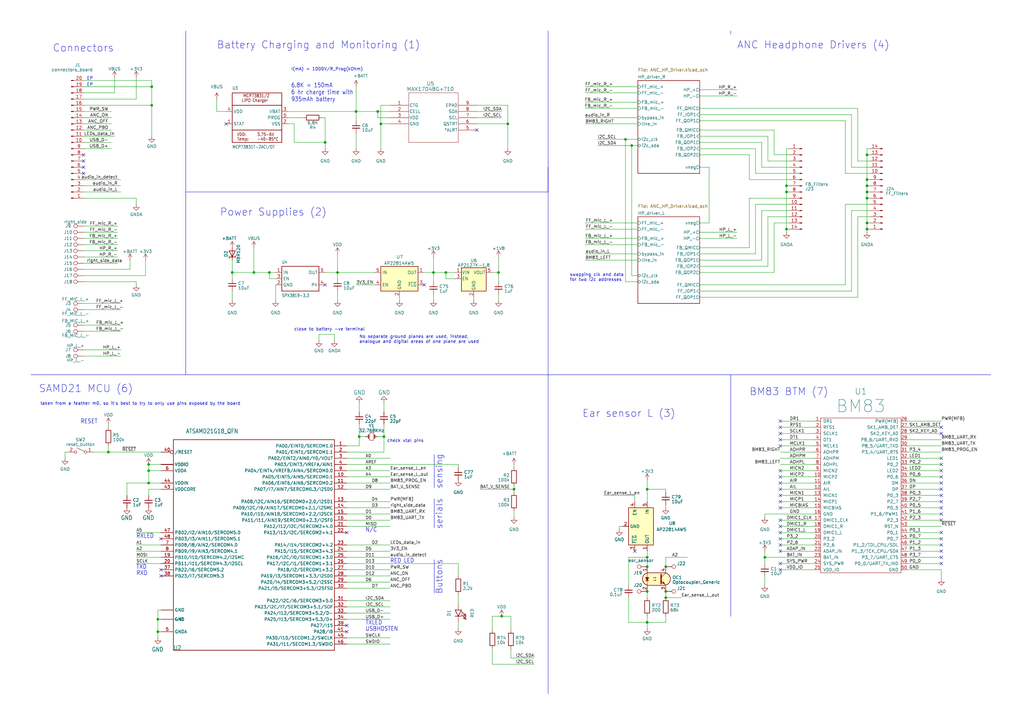
<source format=kicad_sch>
(kicad_sch (version 20230121) (generator eeschema)
  (paper "A3")
  (junction (at 259.08 59.69))
  (junction (at 182.88 111.76))
  (junction (at 146.05 45.72))
  (junction (at 265.43 200.66))
  (junction (at 355.6 73.66))
  (junction (at 62.23 43.18))
  (junction (at 322.58 76.2))
  (junction (at 205.74 252.73))
  (junction (at 60.96 193.04))
  (junction (at 64.77 254))
  (junction (at 256.54 57.15))
  (junction (at 355.6 91.44))
  (junction (at 208.28 50.8))
  (junction (at 265.43 228.6))
  (junction (at 322.58 93.98))
  (junction (at 273.05 245.11))
  (junction (at 355.6 76.2))
  (junction (at 62.23 35.56))
  (junction (at 355.6 93.98))
  (junction (at 273.05 232.41))
  (junction (at 60.96 190.5))
  (junction (at 355.6 63.5))
  (junction (at 60.96 198.12))
  (junction (at 265.43 232.41))
  (junction (at 104.14 111.76))
  (junction (at 133.35 58.42))
  (junction (at 204.47 111.76))
  (junction (at 44.45 185.42))
  (junction (at 355.6 78.74))
  (junction (at 273.05 242.57))
  (junction (at 355.6 81.28))
  (junction (at 157.48 179.07))
  (junction (at 110.49 111.76))
  (junction (at 265.43 255.27))
  (junction (at 138.43 111.76))
  (junction (at 147.32 179.07))
  (junction (at 265.43 242.57))
  (junction (at 154.94 45.72))
  (junction (at 210.82 200.66))
  (junction (at 177.8 111.76))
  (junction (at 313.69 228.6))
  (junction (at 95.25 111.76))
  (junction (at 322.58 78.74))
  (junction (at 156.21 50.8))
  (junction (at 64.77 259.08))
  (no_connect (at 386.08 220.98))
  (no_connect (at 133.35 116.84))
  (no_connect (at 386.08 198.12))
  (no_connect (at 386.0503 213.36))
  (no_connect (at 66.04 233.68))
  (no_connect (at 386.08 228.6))
  (no_connect (at 386.08 190.5))
  (no_connect (at 320.04 213.36))
  (no_connect (at 320.04 231.14))
  (no_connect (at 386.08 231.14))
  (no_connect (at 320.04 200.66))
  (no_connect (at 320.04 233.68))
  (no_connect (at 386.08 218.44))
  (no_connect (at 34.29 66.04))
  (no_connect (at 386.08 205.74))
  (no_connect (at 320.04 223.52))
  (no_connect (at 320.04 180.34))
  (no_connect (at 173.99 116.84))
  (no_connect (at 66.04 236.22))
  (no_connect (at 320.04 182.88))
  (no_connect (at 260.35 226.06))
  (no_connect (at 320.04 198.12))
  (no_connect (at 142.24 259.08))
  (no_connect (at 386.08 177.8))
  (no_connect (at 386.08 208.28))
  (no_connect (at 386.08 195.58))
  (no_connect (at 320.04 177.8))
  (no_connect (at 34.29 68.58))
  (no_connect (at 320.04 220.98))
  (no_connect (at 386.08 200.66))
  (no_connect (at 320.04 203.2))
  (no_connect (at 320.04 208.28))
  (no_connect (at 320.04 226.06))
  (no_connect (at 386.08 193.04))
  (no_connect (at 386.08 223.52))
  (no_connect (at 320.04 175.26))
  (no_connect (at 34.29 71.12))
  (no_connect (at 320.04 193.04))
  (no_connect (at 386.08 187.96))
  (no_connect (at 92.71 50.8))
  (no_connect (at 195.58 53.34))
  (no_connect (at 142.24 256.54))
  (no_connect (at 386.08 210.82))
  (no_connect (at 66.04 220.98))
  (no_connect (at 386.08 203.2))
  (no_connect (at 386.08 175.26))
  (no_connect (at 142.24 218.44))
  (no_connect (at 320.04 215.9))
  (no_connect (at 320.04 205.74))
  (no_connect (at 34.29 63.5))
  (no_connect (at 320.04 172.72))
  (no_connect (at 320.04 218.44))
  (no_connect (at 320.04 195.58))
  (no_connect (at 386.08 226.06))
  (wire (pts (xy 26.67 185.42) (xy 26.67 187.96)))
  (polyline (pts (xy 224.79 153.67) (xy 299.72 153.67)))
  (wire (pts (xy 265.43 226.06) (xy 265.43 228.6)))
  (wire (pts (xy 307.34 63.5) (xy 287.02 63.5)))
  (wire (pts (xy 146.05 54.61) (xy 146.05 60.96)))
  (wire (pts (xy 157.48 165.1) (xy 157.48 168.91)))
  (polyline (pts (xy 12.7 153.67) (xy 76.2 153.67)))
  (wire (pts (xy 351.79 66.04) (xy 351.79 44.45)))
  (wire (pts (xy 346.71 49.53) (xy 287.02 49.53)))
  (wire (pts (xy 257.81 245.11) (xy 257.81 255.27)))
  (wire (pts (xy 372.11 198.12) (xy 386.08 198.12)))
  (polyline (pts (xy 224.79 78.74) (xy 224.79 68.58)))
  (wire (pts (xy 46.99 31.75) (xy 46.99 38.1)))
  (wire (pts (xy 66.04 193.04) (xy 60.96 193.04)))
  (wire (pts (xy 255.27 215.9) (xy 254 215.9)))
  (wire (pts (xy 38.1 185.42) (xy 44.45 185.42)))
  (wire (pts (xy 273.05 228.6) (xy 281.94 228.6)))
  (wire (pts (xy 208.28 60.96) (xy 208.28 50.8)))
  (wire (pts (xy 142.24 261.62) (xy 160.02 261.62)))
  (wire (pts (xy 320.04 180.34) (xy 334.01 180.34)))
  (wire (pts (xy 317.5 63.5) (xy 317.5 53.34)))
  (wire (pts (xy 187.96 255.27) (xy 187.96 257.81)))
  (wire (pts (xy 34.29 146.05) (xy 49.53 146.05)))
  (wire (pts (xy 355.6 91.44) (xy 355.6 93.98)))
  (wire (pts (xy 130.81 137.16) (xy 137.16 137.16)))
  (wire (pts (xy 256.54 115.57) (xy 256.54 57.15)))
  (wire (pts (xy 137.16 137.16) (xy 137.16 139.7)))
  (wire (pts (xy 118.11 48.26) (xy 124.46 48.26)))
  (wire (pts (xy 160.02 233.68) (xy 142.24 233.68)))
  (wire (pts (xy 320.04 226.06) (xy 334.01 226.06)))
  (wire (pts (xy 34.29 124.46) (xy 49.53 124.46)))
  (wire (pts (xy 372.11 213.36) (xy 386.08 213.36)))
  (wire (pts (xy 346.71 116.84) (xy 346.71 83.82)))
  (wire (pts (xy 46.99 55.88) (xy 34.29 55.88)))
  (wire (pts (xy 177.8 111.76) (xy 182.88 111.76)))
  (wire (pts (xy 142.24 200.66) (xy 160.02 200.66)))
  (wire (pts (xy 160.02 48.26) (xy 154.94 48.26)))
  (wire (pts (xy 240.03 93.98) (xy 261.62 93.98)))
  (wire (pts (xy 320.04 233.68) (xy 334.01 233.68)))
  (wire (pts (xy 323.85 76.2) (xy 322.58 76.2)))
  (wire (pts (xy 142.24 228.6) (xy 160.02 228.6)))
  (wire (pts (xy 313.69 228.6) (xy 334.01 228.6)))
  (wire (pts (xy 317.5 53.34) (xy 287.02 53.34)))
  (wire (pts (xy 146.05 35.56) (xy 146.05 45.72)))
  (wire (pts (xy 309.88 83.82) (xy 309.88 104.14)))
  (wire (pts (xy 142.24 185.42) (xy 157.48 185.42)))
  (wire (pts (xy 95.25 111.76) (xy 95.25 114.3)))
  (wire (pts (xy 49.53 76.2) (xy 34.29 76.2)))
  (polyline (pts (xy 76.2 78.74) (xy 224.79 78.74)))
  (wire (pts (xy 60.96 200.66) (xy 60.96 203.2)))
  (wire (pts (xy 55.88 40.64) (xy 34.29 40.64)))
  (wire (pts (xy 351.79 44.45) (xy 287.02 44.45)))
  (wire (pts (xy 240.03 91.44) (xy 261.62 91.44)))
  (wire (pts (xy 273.05 200.66) (xy 273.05 201.93)))
  (wire (pts (xy 349.25 68.58) (xy 356.87 68.58)))
  (wire (pts (xy 323.85 60.96) (xy 322.58 60.96)))
  (wire (pts (xy 346.71 71.12) (xy 346.71 49.53)))
  (wire (pts (xy 355.6 76.2) (xy 356.87 76.2)))
  (wire (pts (xy 146.05 116.84) (xy 153.67 116.84)))
  (polyline (pts (xy 299.72 153.67) (xy 299.72 153.67)))
  (wire (pts (xy 309.88 60.96) (xy 309.88 71.12)))
  (wire (pts (xy 265.43 228.6) (xy 265.43 232.41)))
  (wire (pts (xy 201.93 111.76) (xy 204.47 111.76)))
  (wire (pts (xy 356.87 60.96) (xy 355.6 60.96)))
  (wire (pts (xy 320.04 203.2) (xy 334.01 203.2)))
  (wire (pts (xy 313.69 236.474) (xy 313.69 240.03)))
  (wire (pts (xy 312.42 86.36) (xy 312.42 106.68)))
  (wire (pts (xy 142.24 215.9) (xy 160.02 215.9)))
  (wire (pts (xy 372.11 172.72) (xy 386.08 172.72)))
  (wire (pts (xy 160.02 226.06) (xy 142.24 226.06)))
  (wire (pts (xy 62.23 43.18) (xy 34.29 43.18)))
  (wire (pts (xy 209.55 266.065) (xy 209.55 269.875)))
  (wire (pts (xy 265.43 196.85) (xy 265.43 200.66)))
  (wire (pts (xy 355.6 76.2) (xy 355.6 78.74)))
  (wire (pts (xy 142.24 208.28) (xy 160.02 208.28)))
  (wire (pts (xy 372.11 223.52) (xy 386.08 223.52)))
  (wire (pts (xy 208.28 43.18) (xy 195.58 43.18)))
  (wire (pts (xy 265.43 255.27) (xy 273.05 255.27)))
  (wire (pts (xy 55.88 115.57) (xy 55.88 116.84)))
  (wire (pts (xy 265.43 255.27) (xy 265.43 257.81)))
  (wire (pts (xy 113.03 114.3) (xy 110.49 114.3)))
  (wire (pts (xy 372.11 180.34) (xy 386.08 180.34)))
  (wire (pts (xy 257.81 255.27) (xy 265.43 255.27)))
  (wire (pts (xy 322.58 78.74) (xy 322.58 93.98)))
  (wire (pts (xy 142.24 205.74) (xy 160.02 205.74)))
  (wire (pts (xy 55.88 226.06) (xy 66.04 226.06)))
  (wire (pts (xy 138.43 111.76) (xy 153.67 111.76)))
  (wire (pts (xy 317.5 63.5) (xy 323.85 63.5)))
  (wire (pts (xy 160.02 195.58) (xy 142.24 195.58)))
  (wire (pts (xy 317.5 91.44) (xy 323.85 91.44)))
  (wire (pts (xy 320.04 218.44) (xy 334.01 218.44)))
  (wire (pts (xy 95.25 106.68) (xy 95.25 111.76)))
  (wire (pts (xy 55.88 218.44) (xy 66.04 218.44)))
  (wire (pts (xy 240.03 97.79) (xy 261.62 97.79)))
  (wire (pts (xy 163.83 121.92) (xy 163.83 123.19)))
  (wire (pts (xy 52.07 203.2) (xy 52.07 198.12)))
  (wire (pts (xy 210.82 200.66) (xy 196.85 200.66)))
  (wire (pts (xy 265.43 200.66) (xy 273.05 200.66)))
  (wire (pts (xy 110.49 114.3) (xy 110.49 111.76)))
  (wire (pts (xy 372.11 226.06) (xy 386.08 226.06)))
  (wire (pts (xy 59.69 106.68) (xy 59.69 113.03)))
  (wire (pts (xy 59.69 113.03) (xy 34.29 113.03)))
  (wire (pts (xy 265.43 200.66) (xy 265.43 205.74)))
  (wire (pts (xy 160.02 264.16) (xy 142.24 264.16)))
  (wire (pts (xy 142.24 187.96) (xy 160.02 187.96)))
  (wire (pts (xy 320.04 175.26) (xy 334.01 175.26)))
  (wire (pts (xy 182.88 114.3) (xy 182.88 111.76)))
  (wire (pts (xy 34.29 81.28) (xy 55.88 81.28)))
  (wire (pts (xy 201.93 258.445) (xy 201.93 252.73)))
  (wire (pts (xy 372.11 231.14) (xy 386.08 231.14)))
  (wire (pts (xy 45.72 45.72) (xy 34.29 45.72)))
  (wire (pts (xy 256.54 57.15) (xy 261.62 57.15)))
  (wire (pts (xy 62.23 35.56) (xy 62.23 43.18)))
  (wire (pts (xy 372.11 208.28) (xy 386.08 208.28)))
  (wire (pts (xy 142.24 238.76) (xy 160.02 238.76)))
  (wire (pts (xy 349.25 46.99) (xy 287.02 46.99)))
  (wire (pts (xy 320.04 177.8) (xy 334.01 177.8)))
  (wire (pts (xy 355.6 60.96) (xy 355.6 63.5)))
  (wire (pts (xy 372.11 175.26) (xy 386.08 175.26)))
  (wire (pts (xy 60.96 193.04) (xy 60.96 190.5)))
  (wire (pts (xy 154.94 45.72) (xy 160.02 45.72)))
  (wire (pts (xy 60.96 198.12) (xy 66.04 198.12)))
  (wire (pts (xy 133.35 48.26) (xy 133.35 58.42)))
  (wire (pts (xy 320.04 208.28) (xy 334.01 208.28)))
  (wire (pts (xy 257.81 228.6) (xy 265.43 228.6)))
  (wire (pts (xy 66.04 200.66) (xy 60.96 200.66)))
  (wire (pts (xy 349.25 68.58) (xy 349.25 46.99)))
  (wire (pts (xy 240.03 38.1) (xy 261.62 38.1)))
  (wire (pts (xy 88.9 45.72) (xy 92.71 45.72)))
  (wire (pts (xy 314.96 109.22) (xy 287.02 109.22)))
  (wire (pts (xy 273.05 255.27) (xy 273.05 252.73)))
  (wire (pts (xy 182.88 111.76) (xy 186.69 111.76)))
  (wire (pts (xy 346.71 83.82) (xy 356.87 83.82)))
  (wire (pts (xy 320.04 198.12) (xy 334.01 198.12)))
  (wire (pts (xy 309.88 83.82) (xy 323.85 83.82)))
  (wire (pts (xy 132.08 48.26) (xy 133.35 48.26)))
  (wire (pts (xy 320.04 190.5) (xy 334.01 190.5)))
  (wire (pts (xy 372.11 177.8) (xy 386.08 177.8)))
  (wire (pts (xy 110.49 111.76) (xy 113.03 111.76)))
  (wire (pts (xy 386.08 233.68) (xy 386.08 237.49)))
  (wire (pts (xy 355.6 93.98) (xy 355.6 95.25)))
  (wire (pts (xy 320.04 213.36) (xy 334.01 213.36)))
  (wire (pts (xy 312.42 86.36) (xy 323.85 86.36)))
  (wire (pts (xy 351.79 66.04) (xy 356.87 66.04)))
  (wire (pts (xy 156.21 60.96) (xy 156.21 50.8)))
  (wire (pts (xy 287.02 95.25) (xy 302.26 95.25)))
  (wire (pts (xy 44.45 173.99) (xy 44.45 175.26)))
  (wire (pts (xy 160.02 43.18) (xy 156.21 43.18)))
  (wire (pts (xy 287.02 121.92) (xy 351.79 121.92)))
  (wire (pts (xy 260.35 205.74) (xy 260.35 203.2)))
  (wire (pts (xy 307.34 101.6) (xy 287.02 101.6)))
  (wire (pts (xy 356.87 86.36) (xy 349.25 86.36)))
  (wire (pts (xy 138.43 119.38) (xy 138.43 123.19)))
  (wire (pts (xy 201.93 266.065) (xy 201.93 272.415)))
  (wire (pts (xy 372.11 200.66) (xy 386.08 200.66)))
  (wire (pts (xy 314.96 66.04) (xy 323.85 66.04)))
  (wire (pts (xy 88.9 40.64) (xy 88.9 45.72)))
  (wire (pts (xy 273.05 245.11) (xy 279.4 245.11)))
  (wire (pts (xy 157.48 179.07) (xy 157.48 185.42)))
  (wire (pts (xy 355.6 78.74) (xy 356.87 78.74)))
  (wire (pts (xy 372.11 195.58) (xy 386.08 195.58)))
  (wire (pts (xy 120.65 50.8) (xy 120.65 58.42)))
  (wire (pts (xy 64.77 250.19) (xy 66.04 250.19)))
  (wire (pts (xy 142.24 236.22) (xy 160.02 236.22)))
  (wire (pts (xy 322.58 60.96) (xy 322.58 76.2)))
  (wire (pts (xy 309.88 104.14) (xy 287.02 104.14)))
  (wire (pts (xy 372.11 220.98) (xy 386.08 220.98)))
  (wire (pts (xy 66.04 223.52) (xy 55.88 223.52)))
  (wire (pts (xy 195.58 50.8) (xy 208.28 50.8)))
  (wire (pts (xy 34.29 133.35) (xy 49.53 133.35)))
  (wire (pts (xy 320.04 172.72) (xy 334.01 172.72)))
  (wire (pts (xy 240.03 104.14) (xy 261.62 104.14)))
  (wire (pts (xy 204.47 120.65) (xy 204.47 123.19)))
  (wire (pts (xy 130.81 139.7) (xy 130.81 137.16)))
  (wire (pts (xy 314.96 88.9) (xy 314.96 109.22)))
  (wire (pts (xy 287.02 97.79) (xy 302.26 97.79)))
  (wire (pts (xy 356.87 91.44) (xy 355.6 91.44)))
  (wire (pts (xy 142.24 193.04) (xy 160.02 193.04)))
  (wire (pts (xy 320.04 220.98) (xy 334.01 220.98)))
  (wire (pts (xy 261.62 115.57) (xy 256.54 115.57)))
  (wire (pts (xy 142.24 231.14) (xy 187.96 231.14)))
  (wire (pts (xy 201.93 272.415) (xy 219.075 272.415)))
  (wire (pts (xy 60.96 198.12) (xy 60.96 193.04)))
  (wire (pts (xy 273.05 232.41) (xy 273.05 228.6)))
  (wire (pts (xy 273.05 207.01) (xy 273.05 208.28)))
  (wire (pts (xy 34.29 35.56) (xy 62.23 35.56)))
  (wire (pts (xy 287.02 39.37) (xy 302.26 39.37)))
  (wire (pts (xy 210.82 209.55) (xy 210.82 212.09)))
  (wire (pts (xy 240.03 35.56) (xy 261.62 35.56)))
  (wire (pts (xy 46.99 38.1) (xy 34.29 38.1)))
  (wire (pts (xy 312.42 106.68) (xy 287.02 106.68)))
  (wire (pts (xy 355.6 93.98) (xy 356.87 93.98)))
  (wire (pts (xy 48.26 95.25) (xy 34.29 95.25)))
  (wire (pts (xy 312.42 68.58) (xy 312.42 58.42)))
  (wire (pts (xy 210.82 200.66) (xy 210.82 201.93)))
  (wire (pts (xy 187.96 231.14) (xy 187.96 236.22)))
  (polyline (pts (xy 299.72 153.67) (xy 406.4 153.67)))
  (wire (pts (xy 53.34 106.68) (xy 53.34 110.49)))
  (wire (pts (xy 194.31 123.19) (xy 194.31 121.92)))
  (wire (pts (xy 247.65 203.2) (xy 260.35 203.2)))
  (wire (pts (xy 138.43 104.14) (xy 138.43 111.76)))
  (wire (pts (xy 372.11 182.88) (xy 386.08 182.88)))
  (wire (pts (xy 322.58 93.98) (xy 323.85 93.98)))
  (wire (pts (xy 320.04 195.58) (xy 334.01 195.58)))
  (wire (pts (xy 142.24 223.52) (xy 160.02 223.52)))
  (wire (pts (xy 187.96 243.84) (xy 187.96 247.65)))
  (wire (pts (xy 320.04 205.74) (xy 334.01 205.74)))
  (polyline (pts (xy 224.79 12.7) (xy 224.79 153.67)))
  (wire (pts (xy 52.07 198.12) (xy 60.96 198.12)))
  (wire (pts (xy 355.6 78.74) (xy 355.6 81.28)))
  (wire (pts (xy 204.47 111.76) (xy 204.47 105.41)))
  (wire (pts (xy 48.26 92.71) (xy 34.29 92.71)))
  (wire (pts (xy 322.58 95.25) (xy 322.58 93.98)))
  (wire (pts (xy 64.77 254) (xy 66.04 254)))
  (wire (pts (xy 372.11 193.04) (xy 386.08 193.04)))
  (wire (pts (xy 320.04 182.88) (xy 334.01 182.88)))
  (wire (pts (xy 307.34 81.28) (xy 307.34 101.6)))
  (wire (pts (xy 240.03 100.33) (xy 261.62 100.33)))
  (wire (pts (xy 320.04 231.14) (xy 334.01 231.14)))
  (wire (pts (xy 142.24 182.88) (xy 147.32 182.88)))
  (wire (pts (xy 208.28 50.8) (xy 208.28 43.18)))
  (wire (pts (xy 355.6 73.66) (xy 356.87 73.66)))
  (wire (pts (xy 45.72 48.26) (xy 34.29 48.26)))
  (wire (pts (xy 62.23 33.02) (xy 62.23 35.56)))
  (wire (pts (xy 146.05 45.72) (xy 154.94 45.72)))
  (wire (pts (xy 55.88 31.75) (xy 55.88 40.64)))
  (wire (pts (xy 372.11 185.42) (xy 386.08 185.42)))
  (wire (pts (xy 314.96 55.88) (xy 314.96 66.04)))
  (wire (pts (xy 64.77 254) (xy 64.77 259.08)))
  (wire (pts (xy 157.48 173.99) (xy 157.48 179.07)))
  (wire (pts (xy 372.11 190.5) (xy 386.08 190.5)))
  (wire (pts (xy 177.8 111.76) (xy 177.8 115.57)))
  (wire (pts (xy 95.25 119.38) (xy 95.25 123.19)))
  (wire (pts (xy 48.26 100.33) (xy 34.29 100.33)))
  (wire (pts (xy 147.32 173.99) (xy 147.32 179.07)))
  (wire (pts (xy 317.5 91.44) (xy 317.5 111.76)))
  (wire (pts (xy 259.08 59.69) (xy 261.62 59.69)))
  (wire (pts (xy 346.71 71.12) (xy 356.87 71.12)))
  (wire (pts (xy 201.93 252.73) (xy 205.74 252.73)))
  (wire (pts (xy 64.77 259.08) (xy 64.77 261.62)))
  (wire (pts (xy 34.29 115.57) (xy 55.88 115.57)))
  (wire (pts (xy 320.04 185.42) (xy 334.01 185.42)))
  (wire (pts (xy 372.11 187.96) (xy 386.08 187.96)))
  (wire (pts (xy 240.03 41.91) (xy 261.62 41.91)))
  (wire (pts (xy 290.83 91.44) (xy 287.02 91.44)))
  (polyline (pts (xy 299.72 12.7) (xy 299.72 13.97)))
  (wire (pts (xy 273.05 242.57) (xy 273.05 245.11)))
  (wire (pts (xy 44.45 182.88) (xy 44.45 185.42)))
  (wire (pts (xy 64.77 259.08) (xy 66.04 259.08)))
  (wire (pts (xy 142.24 241.3) (xy 160.02 241.3)))
  (wire (pts (xy 240.03 44.45) (xy 261.62 44.45)))
  (wire (pts (xy 372.11 205.74) (xy 386.08 205.74)))
  (wire (pts (xy 205.74 252.73) (xy 209.55 252.73)))
  (polyline (pts (xy 76.2 153.67) (xy 224.79 153.67)))
  (wire (pts (xy 138.43 111.76) (xy 138.43 114.3)))
  (wire (pts (xy 53.34 110.49) (xy 34.29 110.49)))
  (wire (pts (xy 204.47 111.76) (xy 204.47 115.57)))
  (wire (pts (xy 147.32 179.07) (xy 147.32 182.88)))
  (wire (pts (xy 104.14 111.76) (xy 95.25 111.76)))
  (wire (pts (xy 355.6 81.28) (xy 356.87 81.28)))
  (wire (pts (xy 372.11 215.9) (xy 386.08 215.9)))
  (wire (pts (xy 307.34 81.28) (xy 323.85 81.28)))
  (wire (pts (xy 372.11 210.82) (xy 386.08 210.82)))
  (wire (pts (xy 349.25 86.36) (xy 349.25 119.38)))
  (wire (pts (xy 34.29 135.89) (xy 49.53 135.89)))
  (wire (pts (xy 45.72 50.8) (xy 34.29 50.8)))
  (wire (pts (xy 113.03 116.84) (xy 113.03 123.19)))
  (wire (pts (xy 314.96 88.9) (xy 323.85 88.9)))
  (wire (pts (xy 312.42 58.42) (xy 287.02 58.42)))
  (wire (pts (xy 372.11 228.6) (xy 386.08 228.6)))
  (wire (pts (xy 104.14 111.76) (xy 110.49 111.76)))
  (wire (pts (xy 355.6 63.5) (xy 356.87 63.5)))
  (wire (pts (xy 160.02 254) (xy 142.24 254)))
  (wire (pts (xy 146.05 45.72) (xy 146.05 49.53)))
  (wire (pts (xy 55.88 81.28) (xy 55.88 83.82)))
  (wire (pts (xy 48.26 105.41) (xy 34.29 105.41)))
  (wire (pts (xy 34.29 127) (xy 49.53 127)))
  (wire (pts (xy 355.6 81.28) (xy 355.6 91.44)))
  (wire (pts (xy 133.35 58.42) (xy 133.35 60.96)))
  (wire (pts (xy 257.81 240.03) (xy 257.81 228.6)))
  (wire (pts (xy 118.11 50.8) (xy 120.65 50.8)))
  (wire (pts (xy 160.02 213.36) (xy 142.24 213.36)))
  (wire (pts (xy 265.43 242.57) (xy 265.43 245.11)))
  (wire (pts (xy 64.77 250.19) (xy 64.77 254)))
  (wire (pts (xy 261.62 113.03) (xy 259.08 113.03)))
  (wire (pts (xy 320.04 200.66) (xy 334.01 200.66)))
  (wire (pts (xy 187.96 190.5) (xy 187.96 191.77)))
  (wire (pts (xy 142.24 198.12) (xy 160.02 198.12)))
  (wire (pts (xy 49.53 78.74) (xy 34.29 78.74)))
  (wire (pts (xy 245.11 59.69) (xy 259.08 59.69)))
  (wire (pts (xy 372.11 233.68) (xy 386.08 233.68)))
  (wire (pts (xy 156.21 43.18) (xy 156.21 50.8)))
  (wire (pts (xy 142.24 248.92) (xy 160.02 248.92)))
  (wire (pts (xy 154.94 48.26) (xy 154.94 45.72)))
  (wire (pts (xy 173.99 111.76) (xy 177.8 111.76)))
  (wire (pts (xy 177.8 105.41) (xy 177.8 111.76)))
  (wire (pts (xy 45.72 58.42) (xy 34.29 58.42)))
  (wire (pts (xy 34.29 107.95) (xy 48.26 107.95)))
  (wire (pts (xy 265.43 252.73) (xy 265.43 255.27)))
  (wire (pts (xy 320.04 187.96) (xy 334.01 187.96)))
  (wire (pts (xy 349.25 119.38) (xy 287.02 119.38)))
  (wire (pts (xy 287.02 60.96) (xy 309.88 60.96)))
  (wire (pts (xy 154.94 179.07) (xy 157.48 179.07)))
  (wire (pts (xy 45.72 53.34) (xy 34.29 53.34)))
  (polyline (pts (xy 76.2 12.7) (xy 76.2 153.67)))
  (wire (pts (xy 307.34 73.66) (xy 307.34 63.5)))
  (wire (pts (xy 142.24 251.46) (xy 160.02 251.46)))
  (wire (pts (xy 26.67 185.42) (xy 27.94 185.42)))
  (wire (pts (xy 209.55 269.875) (xy 219.075 269.875)))
  (wire (pts (xy 313.69 228.6) (xy 313.69 231.394)))
  (wire (pts (xy 313.69 210.82) (xy 334.01 210.82)))
  (wire (pts (xy 195.58 48.26) (xy 205.74 48.26)))
  (wire (pts (xy 209.55 252.73) (xy 209.55 258.445)))
  (wire (pts (xy 372.11 203.2) (xy 386.08 203.2)))
  (wire (pts (xy 62.23 55.88) (xy 62.23 43.18)))
  (wire (pts (xy 287.02 36.83) (xy 302.26 36.83)))
  (wire (pts (xy 313.69 226.06) (xy 313.69 228.6)))
  (polyline (pts (xy 299.72 153.67) (xy 299.72 252.73)))
  (wire (pts (xy 355.6 63.5) (xy 355.6 73.66)))
  (wire (pts (xy 44.45 185.42) (xy 66.04 185.42)))
  (wire (pts (xy 34.29 143.51) (xy 49.53 143.51)))
  (wire (pts (xy 356.87 88.9) (xy 351.79 88.9)))
  (wire (pts (xy 351.79 121.92) (xy 351.79 88.9)))
  (wire (pts (xy 320.04 223.52) (xy 334.01 223.52)))
  (wire (pts (xy 309.88 71.12) (xy 323.85 71.12)))
  (wire (pts (xy 156.21 50.8) (xy 160.02 50.8)))
  (wire (pts (xy 254 215.9) (xy 254 217.17)))
  (wire (pts (xy 317.5 111.76) (xy 287.02 111.76)))
  (wire (pts (xy 45.72 60.96) (xy 34.29 60.96)))
  (wire (pts (xy 322.58 76.2) (xy 322.58 78.74)))
  (wire (pts (xy 240.03 48.26) (xy 261.62 48.26)))
  (wire (pts (xy 290.83 68.58) (xy 290.83 91.44)))
  (wire (pts (xy 320.04 215.9) (xy 334.01 215.9)))
  (wire (pts (xy 287.02 68.58) (xy 290.83 68.58)))
  (wire (pts (xy 48.26 102.87) (xy 34.29 102.87)))
  (wire (pts (xy 323.85 78.74) (xy 322.58 78.74)))
  (wire (pts (xy 287.02 55.88) (xy 314.96 55.88)))
  (wire (pts (xy 133.35 111.76) (xy 138.43 111.76)))
  (wire (pts (xy 210.82 190.5) (xy 210.82 191.77)))
  (wire (pts (xy 34.29 33.02) (xy 62.23 33.02)))
  (wire (pts (xy 323.85 68.58) (xy 312.42 68.58)))
  (wire (pts (xy 372.11 218.44) (xy 386.08 218.44)))
  (wire (pts (xy 120.65 58.42) (xy 133.35 58.42)))
  (wire (pts (xy 177.8 120.65) (xy 177.8 123.19)))
  (wire (pts (xy 320.04 193.04) (xy 334.01 193.04)))
  (wire (pts (xy 147.32 165.1) (xy 147.32 168.91)))
  (wire (pts (xy 240.03 50.8) (xy 261.62 50.8)))
  (wire (pts (xy 49.53 73.66) (xy 34.29 73.66)))
  (wire (pts (xy 118.11 45.72) (xy 146.05 45.72)))
  (wire (pts (xy 142.24 190.5) (xy 187.96 190.5)))
  (wire (pts (xy 355.6 73.66) (xy 355.6 76.2)))
  (wire (pts (xy 186.69 114.3) (xy 182.88 114.3)))
  (polyline (pts (xy 224.79 153.67) (xy 224.79 284.48)))
  (wire (pts (xy 287.02 116.84) (xy 346.71 116.84)))
  (wire (pts (xy 142.24 246.38) (xy 160.02 246.38)))
  (wire (pts (xy 66.04 228.6) (xy 55.88 228.6)))
  (wire (pts (xy 323.85 73.66) (xy 307.34 73.66)))
  (wire (pts (xy 259.08 113.03) (xy 259.08 59.69)))
  (wire (pts (xy 240.03 106.68) (xy 261.62 106.68)))
  (wire (pts (xy 55.88 231.14) (xy 66.04 231.14)))
  (wire (pts (xy 104.14 101.6) (xy 104.14 111.76)))
  (wire (pts (xy 210.82 199.39) (xy 210.82 200.66)))
  (wire (pts (xy 313.69 210.82) (xy 313.69 212.09)))
  (polyline (pts (xy 299.72 252.73) (xy 299.72 252.73)))
  (wire (pts (xy 48.26 97.79) (xy 34.29 97.79)))
  (wire (pts (xy 245.11 57.15) (xy 256.54 57.15)))
  (wire (pts (xy 195.58 45.72) (xy 205.74 45.72)))
  (wire (pts (xy 142.24 210.82) (xy 160.02 210.82)))
  (wire (pts (xy 66.04 190.5) (xy 60.96 190.5)))
  (wire (pts (xy 147.32 179.07) (xy 149.86 179.07)))
  (text "Connectors" (at 21.59 21.59 0) (effects (font (size 3 3)) (justify left bottom)))
  (text "Power Supplies (2)" (at 90.17 88.9 0) (effects (font (size 3 3)) (justify left bottom)))
  (text "RED LED" (at 160.02 231.14 0) (effects (font (size 1.778 1.5113)) (justify left bottom)))
  (text "EP" (at 35.56 35.56 0) (effects (font (size 1.27 1.27)) (justify left bottom)))
  (text "RXLED" (at 55.88 220.98 0) (effects (font (size 1.778 1.5113)) (justify left bottom)))
  (text "Ear sensor L (3)" (at 238.76 171.45 0) (effects (font (size 3 3)) (justify left bottom)))
  (text "EP" (at 35.56 33.02 0) (effects (font (size 1.27 1.27)) (justify left bottom)))
  (text "RESET" (at 33.02 173.99 0) (effects (font (size 1.778 1.5113)) (justify left bottom)))
  (text "BM83 BTM (7)" (at 307.34 162.56 0) (effects (font (size 3 3)) (justify left bottom)))
  (text "SAMD21 MCU (6)" (at 15.875 161.29 0) (effects (font (size 3 3)) (justify left bottom)))
  (text "N/C" (at 149.86 218.44 0) (effects (font (size 1.778 1.5113)) (justify left bottom)))
  (text "close to battery -ve terminal" (at 120.65 135.89 0) (effects (font (size 1.27 1.27)) (justify left bottom)))
  (text "ANC Headphone Drivers (4)" (at 302.26 20.32 0) (effects (font (size 3 3)) (justify left bottom)))
  (text "No separate ground planes are used, instead, \nanalogue and digital areas of one plane are used" (at 147.32 140.97 0) (effects (font (size 1.27 1.27)) (justify left bottom)))
  (text "~{sensing}" (at 181.61 200.66 90) (effects (font (size 2.5 2.5)) (justify left bottom)))
  (text "check xtal pins" (at 158.75 181.61 0) (effects (font (size 1.27 1.27)) (justify left bottom)))
  (text "~{serials}" (at 181.61 217.17 90) (effects (font (size 2.5 2.5)) (justify left bottom)))
  (text "TXLED" (at 149.86 256.54 0) (effects (font (size 1.778 1.5113)) (justify left bottom)))
  (text "TXD" (at 55.88 233.68 0) (effects (font (size 1.778 1.5113)) (justify left bottom)))
  (text "USBHOSTEN" (at 149.86 259.08 0) (effects (font (size 1.778 1.5113)) (justify left bottom)))
  (text "I(mA) = 1000V/R_Prog(kOhm)" (at 119.38 29.21 0) (effects (font (size 1.27 1.27)) (justify left bottom)))
  (text "Battery Charging and Monitoring (1)\n" (at 88.9 20.32 0) (effects (font (size 3 3)) (justify left bottom)))
  (text "6.8K = 150mA\n6 hr charge time with\n935mAh battery" (at 119.38 41.91 0) (effects (font (size 1.778 1.5113)) (justify left bottom)))
  (text "RXD" (at 55.88 236.22 0) (effects (font (size 1.778 1.5113)) (justify left bottom)))
  (text "taken from a feather m0, so it's best to try to only use pins exposed by the board" (at 16.51 166.37 0) (effects (font (size 1.27 1.27)) (justify left bottom)))
  (text "swapping clk and data \nfor two i2c addresses" (at 233.68 115.57 0) (effects (font (size 1.27 1.27)) (justify left bottom)))
  (text "~{Buttons}" (at 181.61 243.84 90) (effects (font (size 2.5 2.5)) (justify left bottom)))
  (label "P0_2" (at 372.872 190.5 0))
  (label "SK1_AMB_DET" (at 372.872 175.26 0))
  (label "MISO" (at 149.86 215.9 0) (effects (font (size 1.2446 1.2446))))
  (label "ANC_PBO" (at 160.02 241.3 0))
  (label "P0_7" (at 372.872 220.98 0))
  (label "DR1" (at 323.85 172.72 0))
  (label "FF_mic_R_-" (at 48.26 95.25 180))
  (label "AOHPL" (at 323.85 190.5 0))
  (label "I2C_SDA" (at 149.86 246.38 0) (effects (font (size 1.2446 1.2446))))
  (label "PWR(MFB)" (at 386.08 172.72 0))
  (label "A2" (at 55.88 226.06 0) (effects (font (size 1.2446 1.2446))))
  (label "P0_0" (at 372.872 231.14 0))
  (label "D11" (at 149.86 228.6 0) (effects (font (size 1.2446 1.2446))))
  (label "AIL" (at 323.85 200.66 0))
  (label "I2C_SDA" (at 211.455 269.875 0) (effects (font (size 1.2446 1.2446))))
  (label "HP_L_+" (at 302.26 95.25 180))
  (label "audio_in_detect" (at 48.26 73.66 180))
  (label "USB_D-" (at 44.45 58.42 180))
  (label "USB_D+" (at 44.45 60.96 180))
  (label "MICN2" (at 323.85 193.04 0))
  (label "audio_in_detect" (at 160.02 228.6 0))
  (label "MCLK1" (at 323.85 182.88 0))
  (label "I2C_SDA" (at 245.11 59.69 0) (effects (font (size 1.2446 1.2446))))
  (label "HP_L_-" (at 302.26 97.79 180))
  (label "3V3_EN" (at 160.02 226.06 0))
  (label "P2_6" (at 322.58 223.52 0))
  (label "PWR_SW" (at 160.02 233.68 0))
  (label "ANC_OFF" (at 44.45 50.8 180))
  (label "FB_mic_R_+" (at 48.26 97.79 180))
  (label "A3" (at 149.86 193.04 0) (effects (font (size 1.2446 1.2446))))
  (label "SWCLK" (at 149.86 261.62 0) (effects (font (size 1.2446 1.2446))))
  (label "D10" (at 149.86 233.68 0) (effects (font (size 1.2446 1.2446))))
  (label "D8" (at 152.4 198.12 0) (effects (font (size 1.2446 1.2446))))
  (label "FF_mic_R_+" (at 251.46 35.56 180))
  (label "DP" (at 372.872 200.66 0))
  (label "FB_mic_L_-" (at 251.46 100.33 180))
  (label "DMIC1_L" (at 322.58 218.44 0))
  (label "A5" (at 55.88 218.44 0) (effects (font (size 1.2446 1.2446))))
  (label "right_side_data" (at 35.56 107.95 0))
  (label "FB_mic_L_+" (at 39.37 133.35 0))
  (label "D0" (at 149.86 213.36 0) (effects (font (size 1.2446 1.2446))))
  (label "BAT_V_SENSE" (at 160.02 200.66 0) (effects (font (size 1.2446 1.2446))))
  (label "VDD_IO" (at 322.58 233.68 0))
  (label "D5" (at 149.86 226.06 0) (effects (font (size 1.2446 1.2446))))
  (label "LED1" (at 372.872 187.96 0))
  (label "LED2" (at 372.872 193.04 0))
  (label "HP_R_-" (at 48.26 105.41 180))
  (label "DT1" (at 323.85 180.34 0))
  (label "D2" (at 152.4 223.52 0) (effects (font (size 1.2446 1.2446))))
  (label "D3" (at 152.4 208.28 0) (effects (font (size 1.2446 1.2446))))
  (label "P2_7" (at 372.872 205.74 0))
  (label "GND" (at 372.872 233.68 0))
  (label "audio_in_R" (at 250.19 48.26 180))
  (label "Ear_sense_L_en" (at 247.65 203.2 0))
  (label "MICN1" (at 323.85 203.2 0))
  (label "FB_mic_R_+" (at 251.46 41.91 180))
  (label "right_side_data" (at 160.02 208.28 0))
  (label "FF_mic_L_+" (at 251.46 91.44 180))
  (label "ADAP_IN" (at 322.58 226.06 0))
  (label "BM83_UART_RX" (at 160.02 210.82 0))
  (label "BM83_LEFT" (at 240.03 106.68 0))
  (label "HP_R_+" (at 48.26 102.87 180))
  (label "GND" (at 323.85 210.82 0))
  (label "FF_mic_L_+" (at 39.37 124.46 0))
  (label "D7" (at 152.4 241.3 0) (effects (font (size 1.2446 1.2446))))
  (label "P2_3" (at 372.872 213.36 0))
  (label "BM83_LEFT" (at 320.04 190.5 180))
  (label "LEDs_data_in" (at 160.02 223.52 0))
  (label "P0_5" (at 372.872 208.28 0))
  (label "MICP2" (at 323.85 195.58 0))
  (label "P1_3" (at 372.872 226.06 0))
  (label "MOSI" (at 55.88 228.6 0) (effects (font (size 1.2446 1.2446))))
  (label "~{RESET}" (at 55.88 185.42 180) (effects (font (size 1.2446 1.2446))))
  (label "3V3_EN" (at 146.05 116.84 0))
  (label "BAT_IN" (at 322.58 228.6 0))
  (label "D13" (at 149.86 231.14 0) (effects (font (size 1.2446 1.2446))))
  (label "D4" (at 152.4 205.74 0) (effects (font (size 1.2446 1.2446))))
  (label "AIR" (at 323.85 198.12 0))
  (label "audio_in_R" (at 48.26 76.2 180))
  (label "AREF" (at 149.86 190.5 0) (effects (font (size 1.2446 1.2446))))
  (label "A2" (at 275.59 228.6 0) (effects (font (size 1.2446 1.2446))))
  (label "ANC_OFF" (at 160.02 238.76 0))
  (label "SWDIO" (at 149.86 264.16 0) (effects (font (size 1.2446 1.2446))))
  (label "DMIC1_CLK" (at 322.58 213.36 0))
  (label "I2C_SCL" (at 149.86 248.92 0) (effects (font (size 1.2446 1.2446))))
  (label "P0_6" (at 372.872 195.58 0))
  (label "BM83_UART_RX" (at 386.08 180.34 0))
  (label "MICP1" (at 323.85 205.74 0))
  (label "HP_L_-" (at 49.53 146.05 180))
  (label "I2C_SCL" (at 211.455 272.415 0) (effects (font (size 1.2446 1.2446))))
  (label "USB_D+" (at 149.86 254 0) (effects (font (size 1.2446 1.2446))))
  (label "ANC_ON" (at 160.02 236.22 0))
  (label "FF_mic_L_-" (at 39.37 127 0))
  (label "A4" (at 149.86 195.58 0) (effects (font (size 1.2446 1.2446))))
  (label "FB_mic_R_-" (at 48.26 100.33 180))
  (label "D6" (at 149.86 238.76 0) (effects (font (size 1.2446 1.2446))))
  (label "P3_4" (at 372.872 185.42 0))
  (label "SYS_PWR" (at 322.58 231.14 0))
  (label "ANC_PBO" (at 44.45 53.34 180))
  (label "BAT_V_SENSE" (at 196.85 200.66 0) (effects (font (size 1.2446 1.2446))))
  (label "SK2_KEY_AD" (at 372.872 177.8 0))
  (label "AOHPR" (at 323.85 185.42 0))
  (label "I2C_SCL" (at 198.12 48.26 0) (effects (font (size 1.2446 1.2446))))
  (label "D9" (at 149.86 200.66 0) (effects (font (size 1.2446 1.2446))))
  (label "SCLK1" (at 323.85 177.8 0))
  (label "BM83_UART_TX" (at 386.08 182.88 0))
  (label "RFS1" (at 323.85 175.26 0))
  (label "DN" (at 372.872 198.12 0))
  (label "I2C_SDA" (at 198.12 45.72 0) (effects (font (size 1.2446 1.2446))))
  (label "FB_mic_R_-" (at 251.46 44.45 180))
  (label "A0" (at 149.86 187.96 0) (effects (font (size 1.2446 1.2446))))
  (label "I2C_SCL" (at 245.11 57.15 0) (effects (font (size 1.2446 1.2446))))
  (label "BM83_PROG_EN" (at 386.08 185.42 0))
  (label "HP_L_+" (at 49.53 143.51 180))
  (label "AOHPM" (at 323.85 187.96 0))
  (label "FF_mic_L_-" (at 251.46 93.98 180))
  (label "Ear_sense_L_en" (at 160.02 193.04 0))
  (label "P3_7" (at 372.872 228.6 0))
  (label "BM83_RIGHT" (at 240.03 50.8 0))
  (label "PWR(MFB)" (at 160.02 205.74 0))
  (label "D12" (at 149.86 236.22 0) (effects (font (size 1.2446 1.2446))))
  (label "P0_1" (at 372.872 218.44 0))
  (label "audio_in_L" (at 250.19 104.14 180))
  (label "audio_in_L" (at 48.26 78.74 180))
  (label "FF_mic_R_+" (at 48.26 92.71 180))
  (label "HP_R_-" (at 302.26 39.37 180))
  (label "P1_2" (at 372.872 223.52 0))
  (label "BM83_RIGHT" (at 320.04 185.42 180))
  (label "P1_6" (at 372.872 210.82 0))
  (label "BM83_PROG_EN" (at 160.02 198.12 0))
  (label "SCLK" (at 55.88 231.14 0) (effects (font (size 1.2446 1.2446))))
  (label "FB_mic_L_+" (at 251.46 97.79 180))
  (label "~{RESET}" (at 386.08 215.9 0))
  (label "PWR_SW" (at 44.45 45.72 180))
  (label "A1" (at 55.88 223.52 0) (effects (font (size 1.2446 1.2446))))
  (label "Ear_sense_L_out" (at 279.4 245.11 0))
  (label "ANC_ON" (at 44.45 48.26 180))
  (label "FB_mic_L_-" (at 39.37 135.89 0))
  (label "HP_R_+" (at 302.26 36.83 180))
  (label "P0_3" (at 372.872 203.2 0))
  (label "USB_D-" (at 149.86 251.46 0) (effects (font (size 1.2446 1.2446))))
  (label "DMIC1_R" (at 322.58 215.9 0))
  (label "FF_mic_R_-" (at 251.46 38.1 180))
  (label "D1" (at 149.86 210.82 0) (effects (font (size 1.2446 1.2446))))
  (label "BM83_UART_TX" (at 160.02 213.36 0))
  (label "LEDs_data_in" (at 46.99 55.88 180))
  (label "MICBIAS" (at 323.85 208.28 0))
  (label "P3_2" (at 322.58 220.98 0))
  (label "Ear_sense_L_out" (at 160.02 195.58 0))
  (symbol (lib_id "power:GND") (at 113.03 123.19 0) (unit 1)
    (property "Reference" "#PWR017" (effects hide))
    (property "Value" "GND" (at 113.03 128.27 0))
  )
  (symbol (lib_id "power:VDD") (at 60.96 190.5 0) (unit 1)
    (property "Reference" "#PWR04" (effects hide))
    (property "Value" "VDD" (at 60.96 186.69 0))
  )
  (symbol (lib_id "Device:R") (at 210.82 205.74 0) (mirror y) (unit 1)
    (property "Reference" "R3" (at 209.042 205.0963 0) (effects (justify left)))
    (property "Value" "100k" (at 209.042 207.0173 0) (effects (justify left)))
    (property "Footprint" "Resistor_SMD:R_0402_1005Metric_Pad0.72x0.64mm_HandSolder" (effects hide))
  )
  (symbol (lib_id "power:GND") (at 177.8 123.19 0) (unit 1)
    (property "Reference" "#PWR063" (effects hide))
    (property "Value" "GND" (at 177.8 128.27 0))
  )
  (symbol (lib_id "power:GND") (at 52.07 208.28 0) (unit 1)
    (property "Reference" "#U$01" (effects hide))
    (property "Value" "GND" (at 49.53 213.36 0) (effects (font (size 1.778 1.5113)) (justify left bottom)))
  )
  (symbol (lib_id "power:GNDA") (at 355.6 95.25 0) (unit 1)
    (property "Reference" "#PWR024" (effects hide))
    (property "Value" "GNDA" (at 355.6 100.33 0))
  )
  (symbol (lib_name "GND_1") (lib_id "power:GND") (at 130.81 139.7 0) (unit 1)
    (property "Reference" "#PWR061" (effects hide))
    (property "Value" "GND" (at 130.81 143.8355 0))
  )
  (symbol (lib_id "Device:C_Small") (at 157.48 171.45 0) (unit 1)
    (property "Reference" "C5" (at 159.8041 170.8126 0) (effects (justify left)))
    (property "Value" "22pF" (at 159.8041 172.7336 0) (effects (justify left)))
    (property "Footprint" "Capacitor_SMD:C_0402_1005Metric_Pad0.74x0.62mm_HandSolder" (effects hide))
  )
  (symbol (lib_id "Device:C_Small") (at 138.43 116.84 0) (unit 1)
    (property "Reference" "C8" (at 140.7541 116.2026 0) (effects (justify left)))
    (property "Value" "10uF" (at 140.7541 118.1236 0) (effects (justify left)))
    (property "Footprint" "Capacitor_SMD:C_0402_1005Metric_Pad0.74x0.62mm_HandSolder" (effects hide))
  )
  (symbol (lib_id "Adafruit Feather M0 Basic rev C-eagle-import:VREG_SOT23-5") (at 123.19 114.3 0) (unit 1)
    (property "Reference" "U4" (at 115.57 108.204 0) (effects (font (size 1.27 1.0795)) (justify left bottom)))
    (property "Value" "SPX3819-3.3" (at 115.57 121.92 0) (effects (font (size 1.27 1.0795)) (justify left bottom)))
    (property "Footprint" "Package_TO_SOT_SMD:SOT-23-5" (effects hide))
  )
  (symbol (lib_id "Device:R") (at 210.82 195.58 0) (mirror y) (unit 1)
    (property "Reference" "R2" (at 209.042 194.9363 0) (effects (justify left)))
    (property "Value" "100k" (at 209.042 196.8573 0) (effects (justify left)))
    (property "Footprint" "Resistor_SMD:R_0402_1005Metric_Pad0.72x0.64mm_HandSolder" (effects hide))
  )
  (symbol (lib_id "power:GND") (at 138.43 123.19 0) (unit 1)
    (property "Reference" "#PWR018" (effects hide))
    (property "Value" "GND" (at 138.43 128.27 0))
  )
  (symbol (lib_id "power:GND") (at 210.82 212.09 0) (mirror y) (unit 1)
    (property "Reference" "#PWR08" (effects hide))
    (property "Value" "GND" (at 210.82 217.17 0))
  )
  (symbol (lib_id "power:VBUS") (at 46.99 31.75 0) (mirror y) (unit 1)
    (property "Reference" "#PWR058" (effects hide))
    (property "Value" "VBUS" (at 46.99 28.2481 0))
  )
  (symbol (lib_id "power:GND") (at 204.47 123.19 0) (unit 1)
    (property "Reference" "#PWR065" (effects hide))
    (property "Value" "GND" (at 204.47 128.27 0))
  )
  (symbol (lib_id "power:GND") (at 194.31 123.19 0) (unit 1)
    (property "Reference" "#PWR064" (effects hide))
    (property "Value" "GND" (at 194.31 128.27 0))
  )
  (symbol (lib_id "Device:C_Small") (at 60.96 205.74 0) (unit 1)
    (property "Reference" "C3" (at 63.2841 205.1026 0) (effects (justify left)))
    (property "Value" "1uF" (at 63.2841 207.0236 0) (effects (justify left)))
    (property "Footprint" "Capacitor_SMD:C_0402_1005Metric_Pad0.74x0.62mm_HandSolder" (effects hide))
  )
  (symbol (lib_id "Connector:TestPoint") (at 34.29 143.51 90) (unit 1)
    (property "Reference" "J7" (at 27.94 143.51 90))
    (property "Value" "HP_L_+" (at 30.988 141.7861 90))
    (property "Footprint" "TestPoint:TestPoint_Pad_D1.0mm" (effects hide))
  )
  (symbol (lib_id "Power_Management:AP22814AW5") (at 163.83 114.3 0) (unit 1)
    (property "Reference" "U7" (at 162.56 105.41 0) (effects (justify left)))
    (property "Value" "AP22814AW5" (at 157.48 107.95 0) (effects (justify left)))
    (property "Footprint" "Package_TO_SOT_SMD:SOT-23-5" (effects hide))
    (property "Datasheet" "https://www.diodes.com/assets/Datasheets/AP22804_14.pdf" (effects hide))
  )
  (symbol (lib_id "Device:C_Small") (at 204.47 118.11 0) (unit 1)
    (property "Reference" "C76" (at 206.7941 117.4726 0) (effects (justify left)))
    (property "Value" "1uF" (at 206.7941 119.3936 0) (effects (justify left)))
    (property "Footprint" "Capacitor_SMD:C_0402_1005Metric_Pad0.74x0.62mm_HandSolder" (effects hide))
  )
  (symbol (lib_id "Connector:TestPoint") (at 34.29 133.35 90) (unit 1)
    (property "Reference" "J5" (at 27.94 133.35 90))
    (property "Value" "FB_MIC_L_+" (at 30.988 131.6261 90))
    (property "Footprint" "TestPoint:TestPoint_Pad_D1.0mm" (effects hide))
  )
  (symbol (lib_id "power:GNDA") (at 55.88 83.82 0) (mirror y) (unit 1)
    (property "Reference" "#PWR057" (effects hide))
    (property "Value" "GNDA" (at 55.88 87.9555 0))
  )
  (symbol (lib_id "Connector:TestPoint") (at 34.29 102.87 90) (unit 1)
    (property "Reference" "J13" (at 27.94 102.87 90))
    (property "Value" "right_side" (effects hide))
    (property "Footprint" "TestPoint:TestPoint_Pad_D1.0mm" (effects hide))
  )
  (symbol (lib_id "power:VDD") (at 138.43 104.14 0) (unit 1)
    (property "Reference" "#PWR049" (effects hide))
    (property "Value" "VDD" (at 138.43 100.33 0))
  )
  (symbol (lib_id "Device:C_Small") (at 52.07 205.74 0) (unit 1)
    (property "Reference" "C2" (at 54.3941 205.1026 0) (effects (justify left)))
    (property "Value" "1uF" (at 54.3941 207.0236 0) (effects (justify left)))
    (property "Footprint" "Capacitor_SMD:C_0402_1005Metric_Pad0.74x0.62mm_HandSolder" (effects hide))
  )
  (symbol (lib_id "power:+BATT") (at 95.25 101.6 0) (unit 1)
    (property "Reference" "#PWR015" (effects hide))
    (property "Value" "+BATT" (at 93.98 97.79 0))
  )
  (symbol (lib_id "Connector:TestPoint") (at 265.43 242.57 90) (unit 1)
    (property "Reference" "J20" (at 261.62 240.03 90))
    (property "Value" "ear_sensor" (effects hide))
    (property "Footprint" "TestPoint:TestPoint_Pad_D1.0mm" (effects hide))
  )
  (symbol (lib_id "Device:R") (at 128.27 48.26 90) (unit 1)
    (property "Reference" "R4" (at 128.27 52.2859 90))
    (property "Value" "6.8K" (at 128.27 50.3649 90))
    (property "Footprint" "Resistor_SMD:R_0402_1005Metric_Pad0.72x0.64mm_HandSolder" (effects hide))
  )
  (symbol (lib_id "power:GND") (at 163.83 123.19 0) (unit 1)
    (property "Reference" "#PWR066" (effects hide))
    (property "Value" "GND" (at 163.83 128.27 0))
  )
  (symbol (lib_id "Connector:TestPoint") (at 273.05 242.57 270) (unit 1)
    (property "Reference" "J21" (at 279.4 241.3 90))
    (property "Value" "ear_sensor" (effects hide))
    (property "Footprint" "TestPoint:TestPoint_Pad_D1.0mm" (effects hide))
  )
  (symbol (lib_id "Connector:TestPoint") (at 34.29 105.41 90) (unit 1)
    (property "Reference" "J14" (at 27.94 105.41 90))
    (property "Value" "right_side" (effects hide))
    (property "Footprint" "TestPoint:TestPoint_Pad_D1.0mm" (effects hide))
  )
  (symbol (lib_id "power:GND") (at 265.43 257.81 0) (unit 1)
    (property "Reference" "#PWR070" (effects hide))
    (property "Value" "GND" (at 265.43 261.9455 0))
  )
  (symbol (lib_id "Device:C_Small") (at 273.05 204.47 0) (unit 1)
    (property "Reference" "C79" (at 275.3741 203.8326 0) (effects (justify left)))
    (property "Value" "10uF" (at 275.3741 205.7536 0) (effects (justify left)))
    (property "Footprint" "Capacitor_SMD:C_0402_1005Metric_Pad0.74x0.62mm_HandSolder" (effects hide))
  )
  (symbol (lib_name "DIODE-SCHOTTKYSOD-123_1") (lib_id "Adafruit Feather M0 Basic rev C-eagle-import:DIODE-SCHOTTKYSOD-123") (at 95.25 104.14 270) (unit 1)
    (property "Reference" "D2" (at 92.71 104.14 0))
    (property "Value" "MBR120" (at 97.79 104.14 0))
    (property "Footprint" "Diode_SMD:D_SOD-123" (effects hide))
  )
  (symbol (lib_id "power:GND") (at 386.08 237.49 0) (unit 1)
    (property "Reference" "#PWR03" (effects hide))
    (property "Value" "GND" (at 386.08 242.57 0))
  )
  (symbol (lib_id "Connector:TestPoint") (at 34.29 110.49 90) (unit 1)
    (property "Reference" "J16" (at 27.94 110.49 90))
    (property "Value" "right_side" (effects hide))
    (property "Footprint" "TestPoint:TestPoint_Pad_D1.0mm" (effects hide))
  )
  (symbol (lib_id "power:GND") (at 157.48 165.1 180) (unit 1)
    (property "Reference" "#U$05" (effects hide))
    (property "Value" "GND" (at 160.02 160.02 0) (effects (font (size 1.778 1.5113)) (justify left bottom)))
  )
  (symbol (lib_id "power:VDD") (at 44.45 173.99 0) (unit 1)
    (property "Reference" "#PWR010" (effects hide))
    (property "Value" "VDD" (at 44.45 170.18 0))
  )
  (symbol (lib_id "Connector:TestPoint") (at 34.29 124.46 90) (unit 1)
    (property "Reference" "J3" (at 27.94 124.46 90))
    (property "Value" "FF_MIC_L_+" (at 30.988 122.7361 90))
    (property "Footprint" "TestPoint:TestPoint_Pad_D1.0mm" (effects hide))
  )
  (symbol (lib_id "power:GND") (at 187.96 257.81 0) (unit 1)
    (property "Reference" "#PWR05" (effects hide))
    (property "Value" "GND" (at 187.96 262.89 0))
  )
  (symbol (lib_id "Switch:SW_SPST") (at 33.02 185.42 0) (mirror y) (unit 1)
    (property "Reference" "SW2" (at 33.02 180.34 0))
    (property "Value" "reset_button" (at 33.02 182.261 0))
    (property "Footprint" "Button_Switch_SMD:SW_Push_1P1T_NO_CK_KMR2" (effects hide))
  )
  (symbol (lib_id "Connector:Conn_01x14_Pin") (at 361.95 78.74 180) (unit 1)
    (property "Reference" "J24" (at 363.22 77.47 0) (effects (justify right)))
    (property "Value" "FF_Filters" (at 363.22 79.375 0) (effects (justify right)))
    (property "Footprint" "Connector_Hirose:Hirose_DF12_DF12E3.0-14DP-0.5V_2x07_P0.50mm_Vertical" (effects hide))
  )
  (symbol (lib_id "Connector:Conn_01x20_Pin") (at 29.21 58.42 0) (mirror x) (unit 1)
    (property "Reference" "J1" (at 33.02 26.67 0) (effects (justify right)))
    (property "Value" "connectors_board" (at 38.1 28.591 0) (effects (justify right)))
    (property "Footprint" "SFV18R-1STE1LF:CON18_1X18_DR_SFV_GLE" (effects hide))
  )
  (symbol (lib_name "+3V3_2") (lib_id "power:+3V3") (at 313.69 226.06 0) (unit 1)
    (property "Reference" "#PWR01" (effects hide))
    (property "Value" "+3V3" (at 313.69 222.5581 0))
  )
  (symbol (lib_id "power:GND") (at 62.23 55.88 0) (mirror y) (unit 1)
    (property "Reference" "#PWR055" (effects hide))
    (property "Value" "GND" (at 62.23 60.0155 0))
  )
  (symbol (lib_id "power:GNDA") (at 137.16 139.7 0) (unit 1)
    (property "Reference" "#PWR062" (effects hide))
    (property "Value" "GNDA" (at 137.16 143.8355 0))
  )
  (symbol (lib_name "LED0805_NOOUTLINE_1") (lib_id "Adafruit Feather M0 Basic rev C-eagle-import:LED0805_NOOUTLINE") (at 187.96 252.73 270) (unit 1)
    (property "Reference" "D1" (at 184.15 251.46 0))
    (property "Value" "RED" (at 193.675 251.46 0))
    (property "Footprint" "LED_SMD:LED_0603_1608Metric" (effects hide))
  )
  (symbol (lib_id "power:GNDA") (at 322.58 95.25 0) (unit 1)
    (property "Reference" "#PWR022" (effects hide))
    (property "Value" "GNDA" (at 322.58 100.33 0))
  )
  (symbol (lib_id "Device:R") (at 273.05 248.92 0) (unit 1)
    (property "Reference" "R73" (at 274.828 248.2763 0) (effects (justify left)))
    (property "Value" "68k" (at 274.828 250.1973 0) (effects (justify left)))
    (property "Footprint" "Resistor_SMD:R_0402_1005Metric_Pad0.72x0.64mm_HandSolder" (effects hide))
  )
  (symbol (lib_id "Connector:Conn_01x14_Pin") (at 328.93 76.2 0) (mirror y) (unit 1)
    (property "Reference" "J23" (at 330.2 77.47 0) (effects (justify right)))
    (property "Value" "FB_Filters" (at 330.2 75.565 0) (effects (justify right)))
    (property "Footprint" "Connector_Hirose:Hirose_DF12_DF12E3.0-14DP-0.5V_2x07_P0.50mm_Vertical" (effects hide))
  )
  (symbol (lib_id "power:GND") (at 313.69 212.09 0) (unit 1)
    (property "Reference" "#PWR072" (effects hide))
    (property "Value" "GND" (at 313.69 217.17 0))
  )
  (symbol (lib_id "Connector:TestPoint") (at 34.29 100.33 90) (unit 1)
    (property "Reference" "J12" (at 27.94 100.33 90))
    (property "Value" "right_side" (effects hide))
    (property "Footprint" "TestPoint:TestPoint_Pad_D1.0mm" (effects hide))
  )
  (symbol (lib_id "power:GND") (at 254 217.17 0) (unit 1)
    (property "Reference" "#PWR068" (effects hide))
    (property "Value" "GND" (at 254 221.3055 0))
  )
  (symbol (lib_id "Connector:TestPoint") (at 34.29 95.25 90) (unit 1)
    (property "Reference" "J10" (at 27.94 95.25 90))
    (property "Value" "right_side" (effects hide))
    (property "Footprint" "TestPoint:TestPoint_Pad_D1.0mm" (effects hide))
  )
  (symbol (lib_id "Power_Management:AP22814AW5") (at 262.89 215.9 270) (unit 1)
    (property "Reference" "U8" (at 274.32 214.63 90) (effects (justify left)))
    (property "Value" "AP22814AW5" (at 269.24 217.17 90) (effects (justify left)))
    (property "Footprint" "Package_TO_SOT_SMD:SOT-23-5" (effects hide))
    (property "Datasheet" "https://www.diodes.com/assets/Datasheets/AP22804_14.pdf" (effects hide))
  )
  (symbol (lib_id "power:GND") (at 64.77 261.62 0) (unit 1)
    (property "Reference" "#U$03" (effects hide))
    (property "Value" "GND" (at 62.23 267.335 0) (effects (font (size 1.778 1.5113)) (justify left bottom)))
  )
  (symbol (lib_id "power:+1V8") (at 204.47 105.41 0) (unit 1)
    (property "Reference" "#PWR051" (effects hide))
    (property "Value" "+1V8" (at 204.47 101.9081 0))
  )
  (symbol (lib_id "Adafruit Feather M0 Basic rev C-eagle-import:ATSAMD21J_QFN") (at 91.44 218.44 0) (unit 1)
    (property "Reference" "U2" (at 71.12 266.7 0) (effects (font (size 1.778 1.5113)) (justify left bottom)))
    (property "Value" "ATSAMD21G18_QFN" (at 76.2 177.8 0) (effects (font (size 1.778 1.5113)) (justify left bottom)))
    (property "Footprint" "Package_DFN_QFN:TQFN-48-1EP_7x7mm_P0.5mm_EP5.1x5.1mm" (effects hide))
  )
  (symbol (lib_id "Device:Crystal_Small") (at 152.4 179.07 0) (unit 1)
    (property "Reference" "Y1" (at 152.4 174.6631 0))
    (property "Value" "32.768KHz" (at 152.4 176.5841 0))
    (property "Footprint" "Crystal:Crystal_SMD_3215-2Pin_3.2x1.5mm" (effects hide))
  )
  (symbol (lib_id "power:+3V3") (at 59.69 106.68 0) (mirror y) (unit 1)
    (property "Reference" "#PWR052" (effects hide))
    (property "Value" "+3V3" (at 59.69 103.124 0))
  )
  (symbol (lib_id "Device:R") (at 265.43 248.92 0) (unit 1)
    (property "Reference" "R72" (at 267.208 248.2763 0) (effects (justify left)))
    (property "Value" "200" (at 267.208 250.1973 0) (effects (justify left)))
    (property "Footprint" "Resistor_SMD:R_0402_1005Metric_Pad0.72x0.64mm_HandSolder" (effects hide))
  )
  (symbol (lib_id "power:GND") (at 26.67 187.96 0) (mirror y) (unit 1)
    (property "Reference" "#PWR06" (effects hide))
    (property "Value" "GND" (at 26.67 192.405 0))
  )
  (symbol (lib_id "Device:R") (at 209.55 262.255 0) (unit 1)
    (property "Reference" "R75" (at 211.328 261.6113 0) (effects (justify left)))
    (property "Value" "10k" (at 211.328 263.5323 0) (effects (justify left)))
    (property "Footprint" "Resistor_SMD:R_0402_1005Metric_Pad0.72x0.64mm_HandSolder" (effects hide))
  )
  (symbol (lib_id "Device:C_Small") (at 146.05 52.07 0) (unit 1)
    (property "Reference" "C6" (at 148.3741 51.4326 0) (effects (justify left)))
    (property "Value" "10uF" (at 148.3741 53.3536 0) (effects (justify left)))
    (property "Footprint" "Capacitor_SMD:C_0402_1005Metric_Pad0.74x0.62mm_HandSolder" (effects hide))
  )
  (symbol (lib_id "power:GND") (at 313.69 240.03 0) (unit 1)
    (property "Reference" "#PWR02" (effects hide))
    (property "Value" "GND" (at 313.69 244.5925 0))
  )
  (symbol (lib_id "Device:C_Small") (at 257.81 242.57 0) (mirror y) (unit 1)
    (property "Reference" "C78" (at 255.4859 241.9326 0) (effects (justify left)))
    (property "Value" "0.1uF" (at 255.4859 243.8536 0) (effects (justify left)))
    (property "Footprint" "Capacitor_SMD:C_0402_1005Metric_Pad0.74x0.62mm_HandSolder" (effects hide))
  )
  (symbol (lib_id "Connector:TestPoint") (at 34.29 97.79 90) (unit 1)
    (property "Reference" "J11" (at 27.94 97.79 90))
    (property "Value" "right_side" (effects hide))
    (property "Footprint" "TestPoint:TestPoint_Pad_D1.0mm" (effects hide))
  )
  (symbol (lib_id "MAX17048:MAX17048G+T10") (at 160.02 43.18 0) (unit 1)
    (property "Reference" "U5" (at 176.53 34.29 0) (effects (font (size 1.524 1.524))))
    (property "Value" "MAX17048G+T10" (at 176.53 36.5442 0) (effects (font (size 1.524 1.524))))
    (property "Footprint" "MAX17048G+T10:21-0168E_T822-3_MXM" (effects hide))
    (property "Datasheet" "https://www.analog.com/media/en/technical-documentation/data-sheets/MAX17048-MAX17049.pdf" (effects hide))
  )
  (symbol (lib_id "Connector:TestPoint") (at 34.29 92.71 90) (unit 1)
    (property "Reference" "J9" (at 27.94 92.71 90))
    (property "Value" "right_side" (at 30.988 90.9861 90))
    (property "Footprint" "TestPoint:TestPoint_Pad_D1.0mm" (effects hide))
  )
  (symbol (lib_id "power:+3V3") (at 55.88 31.75 0) (mirror y) (unit 1)
    (property "Reference" "#PWR056" (effects hide))
    (property "Value" "+3V3" (at 55.88 28.2481 0))
  )
  (symbol (lib_id "power:VDD") (at 205.74 252.73 0) (unit 1)
    (property "Reference" "#PWR073" (effects hide))
    (property "Value" "VDD" (at 205.74 248.92 0))
  )
  (symbol (lib_id "power:GND") (at 156.21 60.96 0) (unit 1)
    (property "Reference" "#PWR059" (effects hide))
    (property "Value" "GND" (at 156.21 66.04 0))
  )
  (symbol (lib_id "Device:C_Small") (at 95.25 116.84 0) (unit 1)
    (property "Reference" "C7" (at 97.5741 116.2026 0) (effects (justify left)))
    (property "Value" "10uF" (at 97.5741 118.1236 0) (effects (justify left)))
    (property "Footprint" "Capacitor_SMD:C_0402_1005Metric_Pad0.74x0.62mm_HandSolder" (effects hide))
  )
  (symbol (lib_id "power:+3V3") (at 265.43 196.85 0) (unit 1)
    (property "Reference" "#PWR069" (effects hide))
    (property "Value" "+3V3" (at 265.43 193.294 0))
  )
  (symbol (lib_id "Connector:TestPoint") (at 34.29 113.03 90) (unit 1)
    (property "Reference" "J17" (at 27.94 113.03 90))
    (property "Value" "right_side" (effects hide))
    (property "Footprint" "TestPoint:TestPoint_Pad_D1.0mm" (effects hide))
  )
  (symbol (lib_id "power:GND") (at 147.32 165.1 180) (unit 1)
    (property "Reference" "#U$04" (effects hide))
    (property "Value" "GND" (at 149.86 160.02 0) (effects (font (size 1.778 1.5113)) (justify left bottom)))
  )
  (symbol (lib_id "power:GND") (at 187.96 196.85 0) (unit 1)
    (property "Reference" "#PWR067" (effects hide))
    (property "Value" "GND" (at 187.96 201.93 0))
  )
  (symbol (lib_id "Connector:TestPoint") (at 34.29 127 90) (mirror x) (unit 1)
    (property "Reference" "J4" (at 27.94 127 90))
    (property "Value" "FF_MIC_L_-" (at 30.988 128.7239 90))
    (property "Footprint" "TestPoint:TestPoint_Pad_D1.0mm" (effects hide))
  )
  (symbol (lib_id "Device:R") (at 44.45 179.07 0) (unit 1)
    (property "Reference" "R5" (at 46.228 178.4263 0) (effects (justify left)))
    (property "Value" "100k" (at 46.228 180.3473 0) (effects (justify left)))
    (property "Footprint" "Resistor_SMD:R_0402_1005Metric_Pad0.72x0.64mm_HandSolder" (effects hide))
  )
  (symbol (lib_id "Device:C_Small") (at 147.32 171.45 0) (unit 1)
    (property "Reference" "C4" (at 149.6441 170.8126 0) (effects (justify left)))
    (property "Value" "22pF" (at 149.6441 172.7336 0) (effects (justify left)))
    (property "Footprint" "Capacitor_SMD:C_0402_1005Metric_Pad0.74x0.62mm_HandSolder" (effects hide))
  )
  (symbol (lib_id "Device:R") (at 201.93 262.255 0) (unit 1)
    (property "Reference" "R74" (at 203.708 261.6113 0) (effects (justify left)))
    (property "Value" "10k" (at 203.708 263.5323 0) (effects (justify left)))
    (property "Footprint" "Resistor_SMD:R_0402_1005Metric_Pad0.72x0.64mm_HandSolder" (effects hide))
  )
  (symbol (lib_id "power:GND") (at 273.05 208.28 0) (unit 1)
    (property "Reference" "#PWR071" (effects hide))
    (property "Value" "GND" (at 273.05 212.4155 0))
  )
  (symbol (lib_id "PCM_Optocoupler_AKL:Optocoupler_Generic") (at 269.24 237.49 0) (unit 1)
    (property "Reference" "OC1" (at 275.7171 236.8463 0) (effects (justify left)))
    (property "Value" "Optocoupler_Generic" (at 275.7171 238.7673 0) (effects (justify left)))
    (property "Footprint" "x" (effects hide))
  )
  (symbol (lib_id "Connector:TestPoint") (at 34.29 146.05 90) (mirror x) (unit 1)
    (property "Reference" "J8" (at 27.94 146.05 90))
    (property "Value" "HP_L_-" (at 30.988 147.7739 90))
    (property "Footprint" "TestPoint:TestPoint_Pad_D1.0mm" (effects hide))
  )
  (symbol (lib_id "Device:R") (at 187.96 240.03 0) (unit 1)
    (property "Reference" "R1" (at 189.738 239.3863 0) (effects (justify left)))
    (property "Value" "2.2k" (at 189.738 241.3073 0) (effects (justify left)))
    (property "Footprint" "Resistor_SMD:R_0402_1005Metric_Pad0.72x0.64mm_HandSolder" (effects hide))
  )
  (symbol (lib_id "power:+BATT") (at 53.34 106.68 0) (mirror y) (unit 1)
    (property "Reference" "#PWR054" (effects hide))
    (property "Value" "+BATT" (at 53.34 103.1781 0))
  )
  (symbol (lib_id "power:GND") (at 133.35 60.96 0) (unit 1)
    (property "Reference" "#PWR012" (effects hide))
    (property "Value" "GND" (at 133.35 66.04 0))
  )
  (symbol (lib_id "Connector:TestPoint") (at 34.29 135.89 90) (mirror x) (unit 1)
    (property "Reference" "J6" (at 27.94 135.89 90))
    (property "Value" "FB_MIC_L_-" (at 30.988 137.6139 90))
    (property "Footprint" "TestPoint:TestPoint_Pad_D1.0mm" (effects hide))
  )
  (symbol (lib_id "Connector:TestPoint") (at 34.29 107.95 90) (unit 1)
    (property "Reference" "J15" (at 27.94 107.95 90))
    (property "Value" "right_side" (effects hide))
    (property "Footprint" "TestPoint:TestPoint_Pad_D1.0mm" (effects hide))
  )
  (symbol (lib_id "Connector:TestPoint") (at 273.05 232.41 270) (unit 1)
    (property "Reference" "J22" (at 279.4 231.14 90))
    (property "Value" "ear_sensor" (effects hide))
    (property "Footprint" "TestPoint:TestPoint_Pad_D1.0mm" (effects hide))
  )
  (symbol (lib_id "Connector:TestPoint") (at 265.43 232.41 90) (unit 1)
    (property "Reference" "J19" (at 261.62 234.95 90))
    (property "Value" "ear_sensor" (at 262.89 229.87 90))
    (property "Footprint" "TestPoint:TestPoint_Pad_D1.0mm" (effects hide))
  )
  (symbol (lib_id "power:GND") (at 95.25 123.19 0) (unit 1)
    (property "Reference" "#PWR016" (effects hide))
    (property "Value" "GND" (at 95.25 128.27 0))
  )
  (symbol (lib_id "power:GND") (at 208.28 60.96 0) (unit 1)
    (property "Reference" "#PWR060" (effects hide))
    (property "Value" "GND" (at 208.28 66.04 0))
  )
  (symbol (lib_id "Microchip_BM83:BM83") (at 336.55 171.45 0) (unit 1)
    (property "Reference" "U1" (at 353.06 160.5026 0) (effects (font (size 2.4892 2.4892))))
    (property "Value" "BM83" (at 353.06 166.5478 0) (effects (font (size 5.0038 5.0038))))
    (property "Footprint" "BM83:BM83" (effects hide))
    (property "Datasheet" "https://ww1.microchip.com/downloads/en/DeviceDoc/70005402C.pdf" (effects hide))
  )
  (symbol (lib_id "Device:C_Small") (at 313.69 233.934 0) (unit 1)
    (property "Reference" "C1" (at 316.0141 233.2966 0) (effects (justify left)))
    (property "Value" "10uF" (at 316.0141 235.2176 0) (effects (justify left)))
    (property "Footprint" "Capacitor_SMD:C_0402_1005Metric_Pad0.74x0.62mm_HandSolder" (effects hide))
  )
  (symbol (lib_id "Regulator_Linear:AP2127K-1.8") (at 194.31 114.3 0) (unit 1)
    (property "Reference" "U6" (at 194.31 106.8451 0))
    (property "Value" "AP2127K-1.8" (at 194.31 108.7661 0))
    (property "Footprint" "Package_TO_SOT_SMD:SOT-23-5" (effects hide))
    (property "Datasheet" "https://www.diodes.com/assets/Datasheets/AP2127.pdf" (effects hide))
  )
  (symbol (lib_id "power:VBUS") (at 88.9 40.64 0) (unit 1)
    (property "Reference" "#PWR09" (effects hide))
    (property "Value" "VBUS" (at 88.9 35.56 0))
  )
  (symbol (lib_name "+3V3_1") (lib_id "power:+3V3") (at 177.8 105.41 0) (unit 1)
    (property "Reference" "#PWR050" (effects hide))
    (property "Value" "+3V3" (at 177.8 101.9081 0))
  )
  (symbol (lib_id "Device:C_Small") (at 187.96 194.31 0) (unit 1)
    (property "Reference" "C77" (at 190.2841 193.6726 0) (effects (justify left)))
    (property "Value" "1uF" (at 190.2841 195.5936 0) (effects (justify left)))
    (property "Footprint" "Capacitor_SMD:C_0402_1005Metric_Pad0.74x0.62mm_HandSolder" (effects hide))
  )
  (symbol (lib_id "Connector:TestPoint") (at 34.29 115.57 90) (unit 1)
    (property "Reference" "J18" (at 27.94 115.57 90))
    (property "Value" "right_side" (effects hide))
    (property "Footprint" "TestPoint:TestPoint_Pad_D1.0mm" (effects hide))
  )
  (symbol (lib_id "power:+BATT") (at 146.05 35.56 0) (unit 1)
    (property "Reference" "#PWR014" (effects hide))
    (property "Value" "+BATT" (at 147.955 31.115 0))
  )
  (symbol (lib_id "Adafruit Feather M0 Basic rev C-eagle-import:MCP73831{slash}2") (at 105.41 48.26 0) (unit 1)
    (property "Reference" "U3" (at 95.25 36.83 0) (effects (font (size 1.27 1.0795)) (justify left bottom)))
    (property "Value" "MCP73831T-2ACI/OT" (at 95.25 60.96 0) (effects (font (size 1.27 1.0795)) (justify left bottom)))
    (property "Footprint" "Package_TO_SOT_SMD:SOT-23-5" (effects hide))
  )
  (symbol (lib_id "power:+BATT") (at 210.82 190.5 0) (mirror y) (unit 1)
    (property "Reference" "#PWR07" (effects hide))
    (property "Value" "+BATT" (at 208.915 186.055 0))
  )
  (symbol (lib_id "power:VBUS") (at 104.14 101.6 0) (unit 1)
    (property "Reference" "#PWR011" (effects hide))
    (property "Value" "VBUS" (at 104.14 97.79 0))
  )
  (symbol (lib_id "power:GND") (at 60.96 208.28 0) (unit 1)
    (property "Reference" "#U$02" (effects hide))
    (property "Value" "GND" (at 58.42 213.36 0) (effects (font (size 1.778 1.5113)) (justify left bottom)))
  )
  (symbol (lib_id "power:GND") (at 55.88 116.84 0) (mirror y) (unit 1)
    (property "Reference" "#PWR053" (effects hide))
    (property "Value" "GND" (at 55.88 120.9755 0))
  )
  (symbol (lib_id "Device:C_Small") (at 177.8 118.11 0) (unit 1)
    (property "Reference" "C75" (at 180.1241 117.4726 0) (effects (justify left)))
    (property "Value" "1uF" (at 180.1241 119.3936 0) (effects (justify left)))
    (property "Footprint" "Capacitor_SMD:C_0402_1005Metric_Pad0.74x0.62mm_HandSolder" (effects hide))
  )
  (symbol (lib_id "power:GND") (at 146.05 60.96 0) (unit 1)
    (property "Reference" "#PWR013" (effects hide))
    (property "Value" "GND" (at 146.05 66.04 0))
  )
  (sheet (at 261.62 33.02) (size 25.4 38.1) (stroke (width 0.1524))
    (property "Sheetname" "HP_driver_R" (at 261.62 32.3084 0) (effects (justify left bottom)))
    (property "Sheetfile" "ANC_HP_Driver.kicad_sch" (at 261.62 27.94 0) (effects (justify left top)))
    (pin "FF_mic_+" input (at 261.62 35.56 180))
    (pin "FF_mic_-" input (at 261.62 38.1 180))
    (pin "i2c_clk" tri_state (at 261.62 57.15 180))
    (pin "i2c_sda" tri_state (at 261.62 59.69 180))
    (pin "FB_mic_-" input (at 261.62 44.45 180))
    (pin "FB_mic_+" input (at 261.62 41.91 180))
    (pin "HP_+" output (at 287.02 36.83 0))
    (pin "bypass_in" input (at 261.62 48.26 180))
    (pin "HP_-" output (at 287.02 39.37 0))
    (pin "vneg" output (at 287.02 68.58 0))
    (pin "line_in" input (at 261.62 50.8 180))
    (pin "FB_QMIC" output (at 287.02 53.34 0))
    (pin "FB_IOP2" input (at 287.02 60.96 0))
    (pin "FB_QOP2" output (at 287.02 63.5 0))
    (pin "FB_IOP1" input (at 287.02 55.88 0))
    (pin "FB_QOP1" output (at 287.02 58.42 0))
    (pin "FF_QMIC" output (at 287.02 44.45 0))
    (pin "FF_IOP1" input (at 287.02 46.99 0))
    (pin "FF_QOP1" output (at 287.02 49.53 0))
  )
  (sheet (at 261.62 88.9) (size 25.4 35.56) (stroke (width 0.1524))
    (property "Sheetname" "HP_driver_L" (at 261.62 88.1884 0) (effects (justify left bottom)))
    (property "Sheetfile" "ANC_HP_Driver.kicad_sch" (at 261.62 83.82 0) (effects (justify left top)))
    (pin "FF_mic_+" input (at 261.62 91.44 180))
    (pin "FF_mic_-" input (at 261.62 93.98 180))
    (pin "i2c_clk" tri_state (at 261.62 113.03 180))
    (pin "i2c_sda" tri_state (at 261.62 115.57 180))
    (pin "FB_mic_-" input (at 261.62 100.33 180))
    (pin "FB_mic_+" input (at 261.62 97.79 180))
    (pin "HP_+" output (at 287.02 95.25 0))
    (pin "bypass_in" input (at 261.62 104.14 180))
    (pin "HP_-" output (at 287.02 97.79 0))
    (pin "vneg" output (at 287.02 91.44 0))
    (pin "line_in" input (at 261.62 106.68 180))
    (pin "FB_QMIC" output (at 287.02 101.6 0))
    (pin "FB_IOP2" input (at 287.02 109.22 0))
    (pin "FB_QOP2" output (at 287.02 111.76 0))
    (pin "FB_IOP1" input (at 287.02 104.14 0))
    (pin "FB_QOP1" output (at 287.02 106.68 0))
    (pin "FF_QMIC" output (at 287.02 116.84 0))
    (pin "FF_IOP1" input (at 287.02 119.38 0))
    (pin "FF_QOP1" output (at 287.02 121.92 0))
  )
)
</source>
